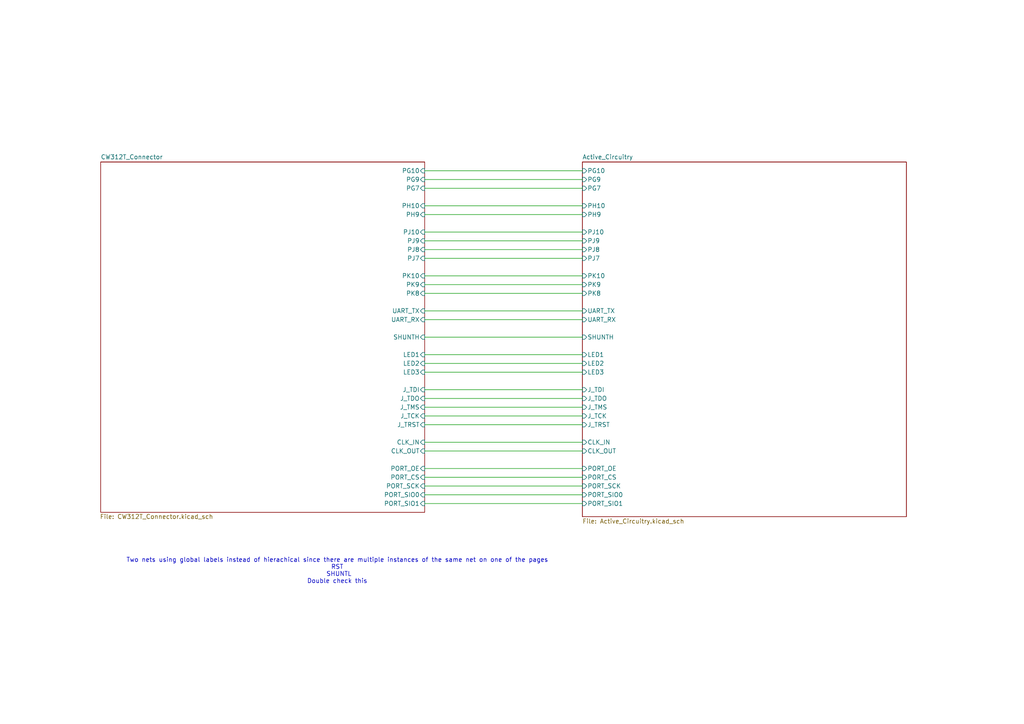
<source format=kicad_sch>
(kicad_sch
	(version 20231120)
	(generator "eeschema")
	(generator_version "8.0")
	(uuid "33bbe691-2691-4fff-bd3a-7534709d61ac")
	(paper "A4")
	(lib_symbols)
	(wire
		(pts
			(xy 123.19 105.41) (xy 168.91 105.41)
		)
		(stroke
			(width 0)
			(type default)
		)
		(uuid "013a9da3-c32b-4c71-8924-d0dbbfd86234")
	)
	(wire
		(pts
			(xy 123.19 118.11) (xy 168.91 118.11)
		)
		(stroke
			(width 0)
			(type default)
		)
		(uuid "07099f12-70cb-4cfe-b6fd-1d8eaf9b777b")
	)
	(wire
		(pts
			(xy 123.19 102.87) (xy 168.91 102.87)
		)
		(stroke
			(width 0)
			(type default)
		)
		(uuid "08c16724-22bb-445f-b36d-ee02fb7e4b2e")
	)
	(wire
		(pts
			(xy 123.19 59.69) (xy 168.91 59.69)
		)
		(stroke
			(width 0)
			(type default)
		)
		(uuid "08c90974-c5b3-4daa-817d-2ad596d539d3")
	)
	(wire
		(pts
			(xy 123.19 67.31) (xy 168.91 67.31)
		)
		(stroke
			(width 0)
			(type default)
		)
		(uuid "0ce266ee-d652-49c4-9a71-5483fb84bfab")
	)
	(wire
		(pts
			(xy 123.19 80.01) (xy 168.91 80.01)
		)
		(stroke
			(width 0)
			(type default)
		)
		(uuid "130adf86-07fc-4ae3-876a-7a2e9a49cbea")
	)
	(wire
		(pts
			(xy 123.19 135.89) (xy 168.91 135.89)
		)
		(stroke
			(width 0)
			(type default)
		)
		(uuid "15f5b473-8e2d-4b3b-924b-b793019bf359")
	)
	(wire
		(pts
			(xy 123.19 74.93) (xy 168.91 74.93)
		)
		(stroke
			(width 0)
			(type default)
		)
		(uuid "1c7c1216-72c5-46ad-bb39-c9e41b92a8cd")
	)
	(wire
		(pts
			(xy 123.19 92.71) (xy 168.91 92.71)
		)
		(stroke
			(width 0)
			(type default)
		)
		(uuid "27440a0c-e776-4173-8301-6e99299a1d09")
	)
	(wire
		(pts
			(xy 123.19 115.57) (xy 168.91 115.57)
		)
		(stroke
			(width 0)
			(type default)
		)
		(uuid "2ccfd342-3b78-446b-94f4-03947b085eba")
	)
	(wire
		(pts
			(xy 123.19 62.23) (xy 168.91 62.23)
		)
		(stroke
			(width 0)
			(type default)
		)
		(uuid "304c1f31-d910-4969-9b15-4161813d38bb")
	)
	(wire
		(pts
			(xy 123.19 82.55) (xy 168.91 82.55)
		)
		(stroke
			(width 0)
			(type default)
		)
		(uuid "3bd11cd2-e1ad-4dad-a69f-768fb21ad1fd")
	)
	(wire
		(pts
			(xy 123.19 72.39) (xy 168.91 72.39)
		)
		(stroke
			(width 0)
			(type default)
		)
		(uuid "4ee9e665-75f7-48c9-814f-6585d1890cf8")
	)
	(wire
		(pts
			(xy 123.19 52.07) (xy 168.91 52.07)
		)
		(stroke
			(width 0)
			(type default)
		)
		(uuid "4ffba47c-8f0c-449d-b252-7ff8902dcd6f")
	)
	(wire
		(pts
			(xy 123.19 128.27) (xy 168.91 128.27)
		)
		(stroke
			(width 0)
			(type default)
		)
		(uuid "5393f506-7661-495a-bbea-633389d43589")
	)
	(wire
		(pts
			(xy 123.19 138.43) (xy 168.91 138.43)
		)
		(stroke
			(width 0)
			(type default)
		)
		(uuid "636a5654-3f32-426b-81ef-7c70f8493703")
	)
	(wire
		(pts
			(xy 123.19 140.97) (xy 168.91 140.97)
		)
		(stroke
			(width 0)
			(type default)
		)
		(uuid "6428f32f-32da-4826-8be7-4e764179eaba")
	)
	(wire
		(pts
			(xy 123.19 69.85) (xy 168.91 69.85)
		)
		(stroke
			(width 0)
			(type default)
		)
		(uuid "6575c32d-cf47-4c56-8a22-386f83b80e06")
	)
	(wire
		(pts
			(xy 123.19 107.95) (xy 168.91 107.95)
		)
		(stroke
			(width 0)
			(type default)
		)
		(uuid "6acb6a43-e632-4634-8963-1b1b00e7e168")
	)
	(wire
		(pts
			(xy 123.19 85.09) (xy 168.91 85.09)
		)
		(stroke
			(width 0)
			(type default)
		)
		(uuid "8085bed3-cf7b-45f9-897a-f99ef8359c7d")
	)
	(wire
		(pts
			(xy 123.19 120.65) (xy 168.91 120.65)
		)
		(stroke
			(width 0)
			(type default)
		)
		(uuid "8ae6e0a3-1882-4353-a581-abd2f8c94b42")
	)
	(wire
		(pts
			(xy 123.19 97.79) (xy 168.91 97.79)
		)
		(stroke
			(width 0)
			(type default)
		)
		(uuid "97b27135-979b-45a5-a1c8-55de10df2cd4")
	)
	(wire
		(pts
			(xy 123.19 146.05) (xy 168.91 146.05)
		)
		(stroke
			(width 0)
			(type default)
		)
		(uuid "a215f314-3fdc-4525-a865-4af43a4d74cc")
	)
	(wire
		(pts
			(xy 123.19 123.19) (xy 168.91 123.19)
		)
		(stroke
			(width 0)
			(type default)
		)
		(uuid "acc3c157-915b-4d6f-a3ef-dd41041c07d0")
	)
	(wire
		(pts
			(xy 123.19 54.61) (xy 168.91 54.61)
		)
		(stroke
			(width 0)
			(type default)
		)
		(uuid "cb311bf9-7f4b-4b91-9d9d-7751d8df5edd")
	)
	(wire
		(pts
			(xy 123.19 130.81) (xy 168.91 130.81)
		)
		(stroke
			(width 0)
			(type default)
		)
		(uuid "d956fcf2-b4df-49f9-b57b-06ac432703b6")
	)
	(wire
		(pts
			(xy 123.19 49.53) (xy 168.91 49.53)
		)
		(stroke
			(width 0)
			(type default)
		)
		(uuid "d9d49b7c-c09d-45b7-9141-737b39cb6059")
	)
	(wire
		(pts
			(xy 123.19 113.03) (xy 168.91 113.03)
		)
		(stroke
			(width 0)
			(type default)
		)
		(uuid "d9dab845-c048-418a-b68e-d7001019ed29")
	)
	(wire
		(pts
			(xy 123.19 143.51) (xy 168.91 143.51)
		)
		(stroke
			(width 0)
			(type default)
		)
		(uuid "e9712119-2ca1-4185-9b0b-beacab8a5264")
	)
	(wire
		(pts
			(xy 123.19 90.17) (xy 168.91 90.17)
		)
		(stroke
			(width 0)
			(type default)
		)
		(uuid "f71c3123-6da0-49ed-af5b-579eaa920d20")
	)
	(text "Two nets using global labels instead of hierachical since there are multiple instances of the same net on one of the pages \nRST \nSHUNTL\nDouble check this "
		(exclude_from_sim no)
		(at 98.298 165.608 0)
		(effects
			(font
				(size 1.27 1.27)
			)
		)
		(uuid "796e3269-3a3b-4ce5-84c6-e3248dc5c459")
	)
	(sheet
		(at 29.21 46.99)
		(size 93.98 101.6)
		(stroke
			(width 0.1524)
			(type solid)
		)
		(fill
			(color 0 0 0 0.0000)
		)
		(uuid "7eebb7ca-1d6c-4fe4-b599-43b6ba5026a3")
		(property "Sheetname" "CW312T_Connector"
			(at 29.21 46.2784 0)
			(effects
				(font
					(size 1.27 1.27)
				)
				(justify left bottom)
			)
		)
		(property "Sheetfile" "CW312T_Connector.kicad_sch"
			(at 28.956 149.098 0)
			(effects
				(font
					(size 1.27 1.27)
				)
				(justify left top)
			)
		)
		(pin "PH9" input
			(at 123.19 62.23 0)
			(effects
				(font
					(size 1.27 1.27)
				)
				(justify right)
			)
			(uuid "0f47bb79-ada3-49d1-b456-9fc0935e6f6c")
		)
		(pin "PH10" input
			(at 123.19 59.69 0)
			(effects
				(font
					(size 1.27 1.27)
				)
				(justify right)
			)
			(uuid "fcd780cc-8b5e-4d40-83f1-e5456d820722")
		)
		(pin "PG9" input
			(at 123.19 52.07 0)
			(effects
				(font
					(size 1.27 1.27)
				)
				(justify right)
			)
			(uuid "dbfc1028-46a8-48d4-b37c-1a67f39703e2")
		)
		(pin "PG10" input
			(at 123.19 49.53 0)
			(effects
				(font
					(size 1.27 1.27)
				)
				(justify right)
			)
			(uuid "2a421a74-549f-4e86-8fa3-fb783f1d7f88")
		)
		(pin "PK8" input
			(at 123.19 85.09 0)
			(effects
				(font
					(size 1.27 1.27)
				)
				(justify right)
			)
			(uuid "05928eb4-649b-4e2a-b54f-a1e209951c66")
		)
		(pin "PJ8" input
			(at 123.19 72.39 0)
			(effects
				(font
					(size 1.27 1.27)
				)
				(justify right)
			)
			(uuid "fa22352d-a666-4eb2-8a87-b2624183a42f")
		)
		(pin "PK9" input
			(at 123.19 82.55 0)
			(effects
				(font
					(size 1.27 1.27)
				)
				(justify right)
			)
			(uuid "4b241586-9792-4bc8-b005-a8e4e93321e1")
		)
		(pin "PK10" input
			(at 123.19 80.01 0)
			(effects
				(font
					(size 1.27 1.27)
				)
				(justify right)
			)
			(uuid "9108dc43-d142-42c6-87f0-cac64115e9cb")
		)
		(pin "PJ9" input
			(at 123.19 69.85 0)
			(effects
				(font
					(size 1.27 1.27)
				)
				(justify right)
			)
			(uuid "413210b3-117f-4daf-b02d-c69a3d9d1e1d")
		)
		(pin "PJ10" input
			(at 123.19 67.31 0)
			(effects
				(font
					(size 1.27 1.27)
				)
				(justify right)
			)
			(uuid "e0e49493-baa5-42f4-b1da-1349e5be2bf6")
		)
		(pin "J_TRST" input
			(at 123.19 123.19 0)
			(effects
				(font
					(size 1.27 1.27)
				)
				(justify right)
			)
			(uuid "db0bee11-f8a6-4f85-b883-9b7693f44d0d")
		)
		(pin "CLK_OUT" input
			(at 123.19 130.81 0)
			(effects
				(font
					(size 1.27 1.27)
				)
				(justify right)
			)
			(uuid "9323bae3-cc3f-43c1-85c1-4d4675b1008f")
		)
		(pin "SHUNTH" input
			(at 123.19 97.79 0)
			(effects
				(font
					(size 1.27 1.27)
				)
				(justify right)
			)
			(uuid "b3d82faa-b942-436b-b7e7-52069e30eb34")
		)
		(pin "LED1" input
			(at 123.19 102.87 0)
			(effects
				(font
					(size 1.27 1.27)
				)
				(justify right)
			)
			(uuid "afaad5cc-c113-48a0-b6c6-86c1a1d1fe22")
		)
		(pin "LED2" input
			(at 123.19 105.41 0)
			(effects
				(font
					(size 1.27 1.27)
				)
				(justify right)
			)
			(uuid "1aeba07b-6e07-4cd0-a60b-a61d41a5a7f5")
		)
		(pin "LED3" input
			(at 123.19 107.95 0)
			(effects
				(font
					(size 1.27 1.27)
				)
				(justify right)
			)
			(uuid "251ec2b2-4119-4ffa-8abe-07f82f8ba3e5")
		)
		(pin "UART_TX" input
			(at 123.19 90.17 0)
			(effects
				(font
					(size 1.27 1.27)
				)
				(justify right)
			)
			(uuid "a5b0b680-a4fb-4b78-8bcc-c05ed41a1143")
		)
		(pin "UART_RX" input
			(at 123.19 92.71 0)
			(effects
				(font
					(size 1.27 1.27)
				)
				(justify right)
			)
			(uuid "04047657-fd8c-458e-9716-5de69e779c5b")
		)
		(pin "PG7" input
			(at 123.19 54.61 0)
			(effects
				(font
					(size 1.27 1.27)
				)
				(justify right)
			)
			(uuid "0cbfc9e3-b306-4d5a-9ae4-3365f9b85470")
		)
		(pin "PORT_OE" input
			(at 123.19 135.89 0)
			(effects
				(font
					(size 1.27 1.27)
				)
				(justify right)
			)
			(uuid "5d860098-fdd3-44ec-b659-acd950816df4")
		)
		(pin "PORT_CS" input
			(at 123.19 138.43 0)
			(effects
				(font
					(size 1.27 1.27)
				)
				(justify right)
			)
			(uuid "d298e4c1-1d9d-4e20-8660-9b846ec9049c")
		)
		(pin "CLK_IN" input
			(at 123.19 128.27 0)
			(effects
				(font
					(size 1.27 1.27)
				)
				(justify right)
			)
			(uuid "713ec092-0ef8-4106-ab02-751e27675965")
		)
		(pin "J_TDI" input
			(at 123.19 113.03 0)
			(effects
				(font
					(size 1.27 1.27)
				)
				(justify right)
			)
			(uuid "db20a1ca-c7bd-4d19-a015-9f5f668750b2")
		)
		(pin "J_TDO" input
			(at 123.19 115.57 0)
			(effects
				(font
					(size 1.27 1.27)
				)
				(justify right)
			)
			(uuid "ad92a32e-b85a-4e0d-88e1-69bd4d1e06eb")
		)
		(pin "J_TMS" input
			(at 123.19 118.11 0)
			(effects
				(font
					(size 1.27 1.27)
				)
				(justify right)
			)
			(uuid "5291ec93-15b5-4a6a-9afc-26456f817e01")
		)
		(pin "J_TCK" input
			(at 123.19 120.65 0)
			(effects
				(font
					(size 1.27 1.27)
				)
				(justify right)
			)
			(uuid "7b9d9627-e59d-482b-8b6b-ce75ff231a11")
		)
		(pin "PORT_SCK" input
			(at 123.19 140.97 0)
			(effects
				(font
					(size 1.27 1.27)
				)
				(justify right)
			)
			(uuid "5b1eefee-c6cc-49a6-9a96-019fbdb06b39")
		)
		(pin "PJ7" input
			(at 123.19 74.93 0)
			(effects
				(font
					(size 1.27 1.27)
				)
				(justify right)
			)
			(uuid "983e9af3-48ab-4ad0-a568-4e8d1468e0b6")
		)
		(pin "PORT_SIO1" input
			(at 123.19 146.05 0)
			(effects
				(font
					(size 1.27 1.27)
				)
				(justify right)
			)
			(uuid "def212e3-992c-4a3e-9b98-7b1d9ac81497")
		)
		(pin "PORT_SIO0" input
			(at 123.19 143.51 0)
			(effects
				(font
					(size 1.27 1.27)
				)
				(justify right)
			)
			(uuid "c126684d-e3f8-4566-b130-916e06621d60")
		)
		(instances
			(project "CW312T-CEC1702"
				(path "/33bbe691-2691-4fff-bd3a-7534709d61ac"
					(page "2")
				)
			)
		)
	)
	(sheet
		(at 168.91 46.99)
		(size 93.98 102.87)
		(fields_autoplaced yes)
		(stroke
			(width 0.1524)
			(type solid)
		)
		(fill
			(color 0 0 0 0.0000)
		)
		(uuid "d14d7b6c-f6e2-477a-b2c8-0a7e0695d4cd")
		(property "Sheetname" "Active_Circuitry"
			(at 168.91 46.2784 0)
			(effects
				(font
					(size 1.27 1.27)
				)
				(justify left bottom)
			)
		)
		(property "Sheetfile" "Active_Circuitry.kicad_sch"
			(at 168.91 150.4446 0)
			(effects
				(font
					(size 1.27 1.27)
				)
				(justify left top)
			)
		)
		(pin "SHUNTH" input
			(at 168.91 97.79 180)
			(effects
				(font
					(size 1.27 1.27)
				)
				(justify left)
			)
			(uuid "312922ed-4207-46d4-a678-772820df05fd")
		)
		(pin "CLK_IN" input
			(at 168.91 128.27 180)
			(effects
				(font
					(size 1.27 1.27)
				)
				(justify left)
			)
			(uuid "525cefb3-65f2-4369-934c-8fdde18e2e37")
		)
		(pin "UART_RX" input
			(at 168.91 92.71 180)
			(effects
				(font
					(size 1.27 1.27)
				)
				(justify left)
			)
			(uuid "f84a5731-6ccb-4e1b-8bae-454e26e07f78")
		)
		(pin "LED2" input
			(at 168.91 105.41 180)
			(effects
				(font
					(size 1.27 1.27)
				)
				(justify left)
			)
			(uuid "1610739b-00d8-4fc7-a88d-f0405ed83fd1")
		)
		(pin "LED3" input
			(at 168.91 107.95 180)
			(effects
				(font
					(size 1.27 1.27)
				)
				(justify left)
			)
			(uuid "8aa798e5-e2f8-4b2a-9c3e-b187d17f8c87")
		)
		(pin "UART_TX" input
			(at 168.91 90.17 180)
			(effects
				(font
					(size 1.27 1.27)
				)
				(justify left)
			)
			(uuid "59136c61-3d24-40ee-8d24-9da0a23daf82")
		)
		(pin "PG10" input
			(at 168.91 49.53 180)
			(effects
				(font
					(size 1.27 1.27)
				)
				(justify left)
			)
			(uuid "404849ed-c1d4-4e95-bd10-3de03cbdc3b9")
		)
		(pin "PG9" input
			(at 168.91 52.07 180)
			(effects
				(font
					(size 1.27 1.27)
				)
				(justify left)
			)
			(uuid "0456f7a4-a646-49f9-af8d-017db7478554")
		)
		(pin "PH10" input
			(at 168.91 59.69 180)
			(effects
				(font
					(size 1.27 1.27)
				)
				(justify left)
			)
			(uuid "7e6c289f-f664-4928-b1fa-b5f73944f475")
		)
		(pin "PH9" input
			(at 168.91 62.23 180)
			(effects
				(font
					(size 1.27 1.27)
				)
				(justify left)
			)
			(uuid "4088507b-2cf7-4368-a405-660b30a0567b")
		)
		(pin "PJ10" input
			(at 168.91 67.31 180)
			(effects
				(font
					(size 1.27 1.27)
				)
				(justify left)
			)
			(uuid "953b8f13-f88b-4d33-9d63-14ec8e100f85")
		)
		(pin "PORT_SIO1" input
			(at 168.91 146.05 180)
			(effects
				(font
					(size 1.27 1.27)
				)
				(justify left)
			)
			(uuid "fa2fbd09-76b6-403d-89dc-c409f27e63ce")
		)
		(pin "PORT_SIO0" input
			(at 168.91 143.51 180)
			(effects
				(font
					(size 1.27 1.27)
				)
				(justify left)
			)
			(uuid "3eda5e64-da45-459d-a74b-3be3da2c08bf")
		)
		(pin "PORT_CS" input
			(at 168.91 138.43 180)
			(effects
				(font
					(size 1.27 1.27)
				)
				(justify left)
			)
			(uuid "dbf20eb1-aff3-4075-98c2-1b05d8056683")
		)
		(pin "PORT_SCK" input
			(at 168.91 140.97 180)
			(effects
				(font
					(size 1.27 1.27)
				)
				(justify left)
			)
			(uuid "33d84387-5ce6-4eaf-9b00-3b3914f7209d")
		)
		(pin "LED1" input
			(at 168.91 102.87 180)
			(effects
				(font
					(size 1.27 1.27)
				)
				(justify left)
			)
			(uuid "fa57a05d-d8c3-4214-94b3-b5714c977c71")
		)
		(pin "J_TRST" input
			(at 168.91 123.19 180)
			(effects
				(font
					(size 1.27 1.27)
				)
				(justify left)
			)
			(uuid "9cd6367a-fa73-4538-89a2-c9a9cdaf242f")
		)
		(pin "PORT_OE" input
			(at 168.91 135.89 180)
			(effects
				(font
					(size 1.27 1.27)
				)
				(justify left)
			)
			(uuid "705f88e8-ab03-4e5b-b332-724db5b50008")
		)
		(pin "J_TDO" input
			(at 168.91 115.57 180)
			(effects
				(font
					(size 1.27 1.27)
				)
				(justify left)
			)
			(uuid "dd9daab3-5394-4410-9431-837b43ab2e00")
		)
		(pin "J_TCK" input
			(at 168.91 120.65 180)
			(effects
				(font
					(size 1.27 1.27)
				)
				(justify left)
			)
			(uuid "c8b89de7-2c0a-485c-bf12-a4f1b42d73b4")
		)
		(pin "J_TMS" input
			(at 168.91 118.11 180)
			(effects
				(font
					(size 1.27 1.27)
				)
				(justify left)
			)
			(uuid "b1fae5c5-b8a0-43ee-bd55-6645a3420607")
		)
		(pin "CLK_OUT" input
			(at 168.91 130.81 180)
			(effects
				(font
					(size 1.27 1.27)
				)
				(justify left)
			)
			(uuid "7ad751da-42bd-4005-b43c-cd286c83cb9a")
		)
		(pin "J_TDI" input
			(at 168.91 113.03 180)
			(effects
				(font
					(size 1.27 1.27)
				)
				(justify left)
			)
			(uuid "21664a52-b4af-4bdf-a0c5-925e0c27f30f")
		)
		(pin "PJ9" input
			(at 168.91 69.85 180)
			(effects
				(font
					(size 1.27 1.27)
				)
				(justify left)
			)
			(uuid "bc1f15a0-86bf-4f2a-be0f-dc342492daf4")
		)
		(pin "PK10" input
			(at 168.91 80.01 180)
			(effects
				(font
					(size 1.27 1.27)
				)
				(justify left)
			)
			(uuid "0ccc7dad-1115-4892-82cf-a5e00a7bf054")
		)
		(pin "PK9" input
			(at 168.91 82.55 180)
			(effects
				(font
					(size 1.27 1.27)
				)
				(justify left)
			)
			(uuid "b4051111-fc98-4b6b-996b-c74d2175f294")
		)
		(pin "PK8" input
			(at 168.91 85.09 180)
			(effects
				(font
					(size 1.27 1.27)
				)
				(justify left)
			)
			(uuid "15736763-f323-4232-9ca4-d936418d8c80")
		)
		(pin "PG7" input
			(at 168.91 54.61 180)
			(effects
				(font
					(size 1.27 1.27)
				)
				(justify left)
			)
			(uuid "42011a2d-a3c4-4cfb-b10d-9bc710503364")
		)
		(pin "PJ7" input
			(at 168.91 74.93 180)
			(effects
				(font
					(size 1.27 1.27)
				)
				(justify left)
			)
			(uuid "e93b5761-21de-4d34-b30c-1c6ca3e9c254")
		)
		(pin "PJ8" input
			(at 168.91 72.39 180)
			(effects
				(font
					(size 1.27 1.27)
				)
				(justify left)
			)
			(uuid "0f3edda2-db0b-4d2e-af03-62bdbaaa0b89")
		)
		(instances
			(project "CW312T-CEC1702"
				(path "/33bbe691-2691-4fff-bd3a-7534709d61ac"
					(page "3")
				)
			)
		)
	)
	(sheet_instances
		(path "/"
			(page "1")
		)
	)
)

</source>
